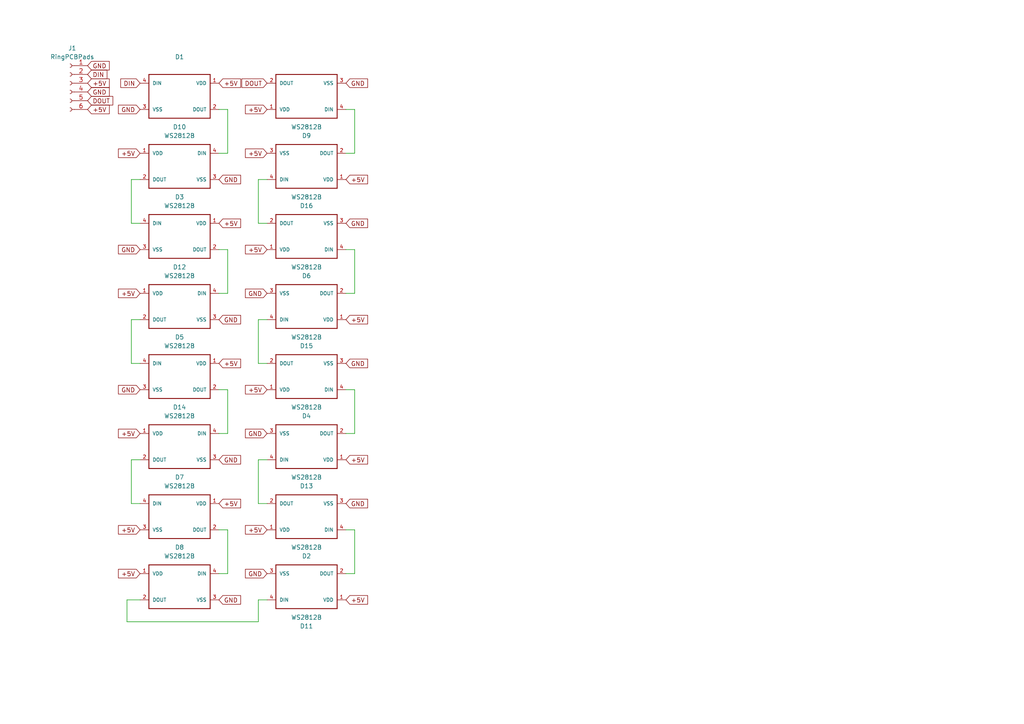
<source format=kicad_sch>
(kicad_sch (version 20250114) (generator "eeschema") (generator_version "9.0")
  (paper "A4")
  (lib_symbols
    (symbol "Connector:Conn_01x06_Socket" (pin_names (offset 1.016) (hide yes))
      (property "Reference" "J" (at 0 7.62 0))
      (property "Value" "Conn_01x06_Socket" (at 0 -10.16 0))
      (symbol "Conn_01x06_Socket_1_1"
        (polyline (pts (xy -1.27 5.08) (xy -0.508 5.08)) (stroke (width 0.1524)))
        (polyline (pts (xy -1.27 2.54) (xy -0.508 2.54)) (stroke (width 0.1524)))
        (polyline (pts (xy -1.27 0) (xy -0.508 0)) (stroke (width 0.1524)))
        (polyline (pts (xy -1.27 -2.54) (xy -0.508 -2.54)) (stroke (width 0.1524)))
        (polyline (pts (xy -1.27 -5.08) (xy -0.508 -5.08)) (stroke (width 0.1524)))
        (polyline (pts (xy -1.27 -7.62) (xy -0.508 -7.62)) (stroke (width 0.1524)))
        (arc (start 0 4.572) (mid -0.5058 5.08) (end 0 5.588) (stroke (width 0.1524)))
        (arc (start 0 2.032) (mid -0.5058 2.54) (end 0 3.048) (stroke (width 0.1524)))
        (arc (start 0 -0.508) (mid -0.5058 0) (end 0 0.508) (stroke (width 0.1524)))
        (arc (start 0 -3.048) (mid -0.5058 -2.54) (end 0 -2.032) (stroke (width 0.1524)))
        (arc (start 0 -5.588) (mid -0.5058 -5.08) (end 0 -4.572) (stroke (width 0.1524)))
        (arc (start 0 -8.128) (mid -0.5058 -7.62) (end 0 -7.112) (stroke (width 0.1524)))
        (pin passive line (at -5.08 5.08 0) (length 3.81) (name "Pin_1") (number "1"))
        (pin passive line (at -5.08 2.54 0) (length 3.81) (name "Pin_2") (number "2"))
        (pin passive line (at -5.08 0 0) (length 3.81) (name "Pin_3") (number "3"))
        (pin passive line (at -5.08 -2.54 0) (length 3.81) (name "Pin_4") (number "4"))
        (pin passive line (at -5.08 -5.08 0) (length 3.81) (name "Pin_5") (number "5"))
        (pin passive line (at -5.08 -7.62 0) (length 3.81) (name "Pin_6") (number "6"))
      )
    )
    (symbol "WS2812B:WS2812B" (pin_names (offset 1.016))
      (property "Reference" "D" (at -2.286 8.4074 0))
      (property "Value" "WS2812B" (at -2.54 -7.6454 0))
      (symbol "WS2812B_0_0"
        (polyline (pts (xy -2.54 7.62) (xy -2.54 -5.08)) (stroke (width 0.254)))
        (polyline (pts (xy -2.54 -5.08) (xy 15.24 -5.08)) (stroke (width 0.254)))
        (polyline (pts (xy 15.24 7.62) (xy -2.54 7.62)) (stroke (width 0.254)))
        (polyline (pts (xy 15.24 -5.08) (xy 15.24 7.62)) (stroke (width 0.254)))
        (pin power_in line (at -5.08 5.08 0) (length 2.54) (name "VDD") (number "1"))
        (pin output line (at -5.08 -2.54 0) (length 2.54) (name "DOUT") (number "2"))
        (pin input line (at 17.78 5.08 180) (length 2.54) (name "DIN") (number "4"))
        (pin power_in line (at 17.78 -2.54 180) (length 2.54) (name "VSS") (number "3"))
      )
    )
  )
  (wire (pts (xy 100.33 44.45) (xy 102.87 44.45)))
  (wire (pts (xy 36.83 180.34) (xy 74.93 180.34)))
  (wire (pts (xy 36.83 173.99) (xy 36.83 180.34)))
  (wire (pts (xy 74.93 64.77) (xy 74.93 52.07)))
  (wire (pts (xy 38.1 64.77) (xy 40.64 64.77)))
  (wire (pts (xy 100.33 85.09) (xy 102.87 85.09)))
  (wire (pts (xy 74.93 52.07) (xy 77.47 52.07)))
  (wire (pts (xy 38.1 146.05) (xy 40.64 146.05)))
  (wire (pts (xy 102.87 44.45) (xy 102.87 31.75)))
  (wire (pts (xy 63.5 113.03) (xy 66.04 113.03)))
  (wire (pts (xy 100.33 125.73) (xy 102.87 125.73)))
  (wire (pts (xy 77.47 64.77) (xy 74.93 64.77)))
  (wire (pts (xy 102.87 72.39) (xy 100.33 72.39)))
  (wire (pts (xy 66.04 125.73) (xy 63.5 125.73)))
  (wire (pts (xy 40.64 52.07) (xy 38.1 52.07)))
  (wire (pts (xy 102.87 153.67) (xy 100.33 153.67)))
  (wire (pts (xy 38.1 92.71) (xy 38.1 105.41)))
  (wire (pts (xy 102.87 113.03) (xy 100.33 113.03)))
  (wire (pts (xy 66.04 31.75) (xy 66.04 44.45)))
  (wire (pts (xy 38.1 52.07) (xy 38.1 64.77)))
  (wire (pts (xy 66.04 44.45) (xy 63.5 44.45)))
  (wire (pts (xy 74.93 92.71) (xy 77.47 92.71)))
  (wire (pts (xy 102.87 31.75) (xy 100.33 31.75)))
  (wire (pts (xy 74.93 105.41) (xy 74.93 92.71)))
  (wire (pts (xy 63.5 153.67) (xy 66.04 153.67)))
  (wire (pts (xy 66.04 113.03) (xy 66.04 125.73)))
  (wire (pts (xy 63.5 72.39) (xy 66.04 72.39)))
  (wire (pts (xy 77.47 146.05) (xy 74.93 146.05)))
  (wire (pts (xy 38.1 133.35) (xy 38.1 146.05)))
  (wire (pts (xy 40.64 133.35) (xy 38.1 133.35)))
  (wire (pts (xy 66.04 166.37) (xy 63.5 166.37)))
  (wire (pts (xy 38.1 105.41) (xy 40.64 105.41)))
  (wire (pts (xy 77.47 105.41) (xy 74.93 105.41)))
  (wire (pts (xy 74.93 180.34) (xy 74.93 173.99)))
  (wire (pts (xy 74.93 146.05) (xy 74.93 133.35)))
  (wire (pts (xy 40.64 173.99) (xy 36.83 173.99)))
  (wire (pts (xy 102.87 85.09) (xy 102.87 72.39)))
  (wire (pts (xy 102.87 166.37) (xy 102.87 153.67)))
  (wire (pts (xy 63.5 31.75) (xy 66.04 31.75)))
  (wire (pts (xy 102.87 125.73) (xy 102.87 113.03)))
  (wire (pts (xy 40.64 92.71) (xy 38.1 92.71)))
  (wire (pts (xy 74.93 133.35) (xy 77.47 133.35)))
  (wire (pts (xy 66.04 72.39) (xy 66.04 85.09)))
  (wire (pts (xy 66.04 153.67) (xy 66.04 166.37)))
  (wire (pts (xy 66.04 85.09) (xy 63.5 85.09)))
  (wire (pts (xy 100.33 166.37) (xy 102.87 166.37)))
  (wire (pts (xy 74.93 173.99) (xy 77.47 173.99)))
  (global_label "+5V" (shape input) (at 63.5 24.13 0) (property "Intersheetrefs" "${INTERSHEET_REFS}" (effects (hide yes))))
  (global_label "DOUT" (shape input) (at 77.47 24.13 180) (property "Intersheetrefs" "${INTERSHEET_REFS}" (effects (hide yes))))
  (global_label "+5V" (shape input) (at 100.33 133.35 0) (property "Intersheetrefs" "${INTERSHEET_REFS}" (effects (hide yes))))
  (global_label "+5V" (shape input) (at 40.64 85.09 180) (property "Intersheetrefs" "${INTERSHEET_REFS}" (effects (hide yes))))
  (global_label "GND" (shape input) (at 25.4 19.05 0) (property "Intersheetrefs" "${INTERSHEET_REFS}" (effects (hide yes))))
  (global_label "DIN" (shape input) (at 40.64 24.13 180) (property "Intersheetrefs" "${INTERSHEET_REFS}" (effects (hide yes))))
  (global_label "+5V" (shape input) (at 77.47 31.75 180) (property "Intersheetrefs" "${INTERSHEET_REFS}" (effects (hide yes))))
  (global_label "GND" (shape input) (at 100.33 105.41 0) (property "Intersheetrefs" "${INTERSHEET_REFS}" (effects (hide yes))))
  (global_label "GND" (shape input) (at 40.64 31.75 180) (property "Intersheetrefs" "${INTERSHEET_REFS}" (effects (hide yes))))
  (global_label "+5V" (shape input) (at 63.5 105.41 0) (property "Intersheetrefs" "${INTERSHEET_REFS}" (effects (hide yes))))
  (global_label "GND" (shape input) (at 40.64 72.39 180) (property "Intersheetrefs" "${INTERSHEET_REFS}" (effects (hide yes))))
  (global_label "+5V" (shape input) (at 25.4 24.13 0) (property "Intersheetrefs" "${INTERSHEET_REFS}" (effects (hide yes))))
  (global_label "GND" (shape input) (at 100.33 146.05 0) (property "Intersheetrefs" "${INTERSHEET_REFS}" (effects (hide yes))))
  (global_label "+5V" (shape input) (at 63.5 146.05 0) (property "Intersheetrefs" "${INTERSHEET_REFS}" (effects (hide yes))))
  (global_label "+5V" (shape input) (at 40.64 153.67 180) (property "Intersheetrefs" "${INTERSHEET_REFS}" (effects (hide yes))))
  (global_label "+5V" (shape input) (at 25.4 31.75 0) (property "Intersheetrefs" "${INTERSHEET_REFS}" (effects (hide yes))))
  (global_label "DIN" (shape input) (at 25.4 21.59 0) (property "Intersheetrefs" "${INTERSHEET_REFS}" (effects (hide yes))))
  (global_label "+5V" (shape input) (at 77.47 44.45 180) (property "Intersheetrefs" "${INTERSHEET_REFS}" (effects (hide yes))))
  (global_label "+5V" (shape input) (at 77.47 153.67 180) (property "Intersheetrefs" "${INTERSHEET_REFS}" (effects (hide yes))))
  (global_label "GND" (shape input) (at 63.5 52.07 0) (property "Intersheetrefs" "${INTERSHEET_REFS}" (effects (hide yes))))
  (global_label "+5V" (shape input) (at 40.64 125.73 180) (property "Intersheetrefs" "${INTERSHEET_REFS}" (effects (hide yes))))
  (global_label "+5V" (shape input) (at 100.33 92.71 0) (property "Intersheetrefs" "${INTERSHEET_REFS}" (effects (hide yes))))
  (global_label "GND" (shape input) (at 77.47 166.37 180) (property "Intersheetrefs" "${INTERSHEET_REFS}" (effects (hide yes))))
  (global_label "DOUT" (shape input) (at 25.4 29.21 0) (property "Intersheetrefs" "${INTERSHEET_REFS}" (effects (hide yes))))
  (global_label "+5V" (shape input) (at 63.5 64.77 0) (property "Intersheetrefs" "${INTERSHEET_REFS}" (effects (hide yes))))
  (global_label "+5V" (shape input) (at 100.33 52.07 0) (property "Intersheetrefs" "${INTERSHEET_REFS}" (effects (hide yes))))
  (global_label "GND" (shape input) (at 100.33 24.13 0) (property "Intersheetrefs" "${INTERSHEET_REFS}" (effects (hide yes))))
  (global_label "GND" (shape input) (at 25.4 26.67 0) (property "Intersheetrefs" "${INTERSHEET_REFS}" (effects (hide yes))))
  (global_label "+5V" (shape input) (at 40.64 44.45 180) (property "Intersheetrefs" "${INTERSHEET_REFS}" (effects (hide yes))))
  (global_label "GND" (shape input) (at 77.47 85.09 180) (property "Intersheetrefs" "${INTERSHEET_REFS}" (effects (hide yes))))
  (global_label "+5V" (shape input) (at 40.64 166.37 180) (property "Intersheetrefs" "${INTERSHEET_REFS}" (effects (hide yes))))
  (global_label "GND" (shape input) (at 40.64 113.03 180) (property "Intersheetrefs" "${INTERSHEET_REFS}" (effects (hide yes))))
  (global_label "GND" (shape input) (at 63.5 133.35 0) (property "Intersheetrefs" "${INTERSHEET_REFS}" (effects (hide yes))))
  (global_label "GND" (shape input) (at 63.5 173.99 0) (property "Intersheetrefs" "${INTERSHEET_REFS}" (effects (hide yes))))
  (global_label "GND" (shape input) (at 100.33 64.77 0) (property "Intersheetrefs" "${INTERSHEET_REFS}" (effects (hide yes))))
  (global_label "+5V" (shape input) (at 100.33 173.99 0) (property "Intersheetrefs" "${INTERSHEET_REFS}" (effects (hide yes))))
  (global_label "+5V" (shape input) (at 77.47 72.39 180) (property "Intersheetrefs" "${INTERSHEET_REFS}" (effects (hide yes))))
  (global_label "GND" (shape input) (at 63.5 92.71 0) (property "Intersheetrefs" "${INTERSHEET_REFS}" (effects (hide yes))))
  (global_label "+5V" (shape input) (at 77.47 113.03 180) (property "Intersheetrefs" "${INTERSHEET_REFS}" (effects (hide yes))))
  (global_label "GND" (shape input) (at 77.47 125.73 180) (property "Intersheetrefs" "${INTERSHEET_REFS}" (effects (hide yes))))
  (symbol (lib_id "WS2812B:WS2812B") (at 95.25 128.27 180) (unit 1)
    (property "Reference" "D13" (at 88.9 140.97 0))
    (property "Value" "WS2812B" (at 88.9 138.43 0))
    (property "Footprint" "WS2812B" (effects (hide yes)))
    (property "Datasheet" "None" (effects (hide yes)))
    (property "Field5" "Intelligent Control Led Integrated Light Source Pack Of 10" (effects (hide yes)))
    (property "Field6" "Adafruit Industries" (effects (hide yes)))
    (property "Field7" "5.84 USD" (effects (hide yes)))
    (property "Field8" "WS2812B" (effects (hide yes)))
    (property "Field9" "Warning" (effects (hide yes)))
  )
  (symbol (lib_id "WS2812B:WS2812B") (at 58.42 151.13 0) (mirror y) (unit 1)
    (property "Reference" "D7" (at 52.07 138.43 0))
    (property "Value" "WS2812B" (at 52.07 140.97 0))
    (property "Footprint" "WS2812B" (effects (hide yes)))
    (property "Datasheet" "None" (effects (hide yes)))
    (property "Field5" "Intelligent Control Led Integrated Light Source Pack Of 10" (effects (hide yes)))
    (property "Field6" "Adafruit Industries" (effects (hide yes)))
    (property "Field7" "5.84 USD" (effects (hide yes)))
    (property "Field8" "WS2812B" (effects (hide yes)))
    (property "Field9" "Warning" (effects (hide yes)))
  )
  (symbol (lib_id "WS2812B:WS2812B") (at 45.72 49.53 0) (unit 1)
    (property "Reference" "D10" (at 52.07 36.83 0))
    (property "Value" "WS2812B" (at 52.07 39.37 0))
    (property "Footprint" "WS2812B" (effects (hide yes)))
    (property "Datasheet" "None" (effects (hide yes)))
    (property "Field5" "Intelligent Control Led Integrated Light Source Pack Of 10" (effects (hide yes)))
    (property "Field6" "Adafruit Industries" (effects (hide yes)))
    (property "Field7" "5.84 USD" (effects (hide yes)))
    (property "Field8" "WS2812B" (effects (hide yes)))
    (property "Field9" "Warning" (effects (hide yes)))
  )
  (symbol (lib_id "WS2812B:WS2812B") (at 95.25 87.63 180) (unit 1)
    (property "Reference" "D15" (at 88.9 100.33 0))
    (property "Value" "WS2812B" (at 88.9 97.79 0))
    (property "Footprint" "WS2812B" (effects (hide yes)))
    (property "Datasheet" "None" (effects (hide yes)))
    (property "Field5" "Intelligent Control Led Integrated Light Source Pack Of 10" (effects (hide yes)))
    (property "Field6" "Adafruit Industries" (effects (hide yes)))
    (property "Field7" "5.84 USD" (effects (hide yes)))
    (property "Field8" "WS2812B" (effects (hide yes)))
    (property "Field9" "Warning" (effects (hide yes)))
  )
  (symbol (lib_id "WS2812B:WS2812B") (at 45.72 171.45 0) (unit 1)
    (property "Reference" "D8" (at 52.07 158.75 0))
    (property "Value" "WS2812B" (at 52.07 161.29 0))
    (property "Footprint" "WS2812B" (effects (hide yes)))
    (property "Datasheet" "None" (effects (hide yes)))
    (property "Field5" "Intelligent Control Led Integrated Light Source Pack Of 10" (effects (hide yes)))
    (property "Field6" "Adafruit Industries" (effects (hide yes)))
    (property "Field7" "5.84 USD" (effects (hide yes)))
    (property "Field8" "WS2812B" (effects (hide yes)))
    (property "Field9" "Warning" (effects (hide yes)))
  )
  (symbol (lib_id "WS2812B:WS2812B") (at 82.55 107.95 0) (mirror x) (unit 1)
    (property "Reference" "D4" (at 88.9 120.65 0))
    (property "Value" "WS2812B" (at 88.9 118.11 0))
    (property "Footprint" "WS2812B" (effects (hide yes)))
    (property "Datasheet" "None" (effects (hide yes)))
    (property "Field5" "Intelligent Control Led Integrated Light Source Pack Of 10" (effects (hide yes)))
    (property "Field6" "Adafruit Industries" (effects (hide yes)))
    (property "Field7" "5.84 USD" (effects (hide yes)))
    (property "Field8" "WS2812B" (effects (hide yes)))
    (property "Field9" "Warning" (effects (hide yes)))
  )
  (symbol (lib_id "WS2812B:WS2812B") (at 95.25 168.91 180) (unit 1)
    (property "Reference" "D11" (at 88.9 181.61 0))
    (property "Value" "WS2812B" (at 88.9 179.07 0))
    (property "Footprint" "WS2812B" (effects (hide yes)))
    (property "Datasheet" "None" (effects (hide yes)))
    (property "Field5" "Intelligent Control Led Integrated Light Source Pack Of 10" (effects (hide yes)))
    (property "Field6" "Adafruit Industries" (effects (hide yes)))
    (property "Field7" "5.84 USD" (effects (hide yes)))
    (property "Field8" "WS2812B" (effects (hide yes)))
    (property "Field9" "Warning" (effects (hide yes)))
  )
  (symbol (lib_id "WS2812B:WS2812B") (at 95.25 46.99 180) (unit 1)
    (property "Reference" "D16" (at 88.9 59.69 0))
    (property "Value" "WS2812B" (at 88.9 57.15 0))
    (property "Footprint" "WS2812B" (effects (hide yes)))
    (property "Datasheet" "None" (effects (hide yes)))
    (property "Field5" "Intelligent Control Led Integrated Light Source Pack Of 10" (effects (hide yes)))
    (property "Field6" "Adafruit Industries" (effects (hide yes)))
    (property "Field7" "5.84 USD" (effects (hide yes)))
    (property "Field8" "WS2812B" (effects (hide yes)))
    (property "Field9" "Warning" (effects (hide yes)))
  )
  (symbol (lib_id "WS2812B:WS2812B") (at 58.42 29.21 0) (mirror y) (unit 1)
    (property "Reference" "D1" (at 52.07 16.51 0))
    (property "Value" "WS2812B" (effects (hide yes)))
    (property "Footprint" "WS2812B:WS2812B" (effects (hide yes)))
    (property "Datasheet" "None" (effects (hide yes)))
    (property "Field5" "Intelligent Control Led Integrated Light Source Pack Of 10" (effects (hide yes)))
    (property "Field6" "Adafruit Industries" (effects (hide yes)))
    (property "Field7" "5.84 USD" (effects (hide yes)))
    (property "Field8" "WS2812B" (effects (hide yes)))
    (property "Field9" "Warning" (effects (hide yes)))
  )
  (symbol (lib_id "Connector:Conn_01x06_Socket") (at 20.32 24.13 0) (mirror y) (unit 1)
    (property "Reference" "J1" (at 20.955 13.97 0))
    (property "Value" "RingPCBPads" (at 20.955 16.51 0))
    (property "Footprint" "SoftEgg:LED RING 16 WS2812B 48mm standalone" (effects (hide yes)))
    (property "Description" "Generic connector, single row, 01x06, script generated" (effects (hide yes)))
  )
  (symbol (lib_id "WS2812B:WS2812B") (at 82.55 26.67 0) (mirror x) (unit 1)
    (property "Reference" "D9" (at 88.9 39.37 0))
    (property "Value" "WS2812B" (at 88.9 36.83 0))
    (property "Footprint" "WS2812B" (effects (hide yes)))
    (property "Datasheet" "None" (effects (hide yes)))
    (property "Field5" "Intelligent Control Led Integrated Light Source Pack Of 10" (effects (hide yes)))
    (property "Field6" "Adafruit Industries" (effects (hide yes)))
    (property "Field7" "5.84 USD" (effects (hide yes)))
    (property "Field8" "WS2812B" (effects (hide yes)))
    (property "Field9" "Warning" (effects (hide yes)))
  )
  (symbol (lib_id "WS2812B:WS2812B") (at 82.55 67.31 0) (mirror x) (unit 1)
    (property "Reference" "D6" (at 88.9 80.01 0))
    (property "Value" "WS2812B" (at 88.9 77.47 0))
    (property "Footprint" "WS2812B" (effects (hide yes)))
    (property "Datasheet" "None" (effects (hide yes)))
    (property "Field5" "Intelligent Control Led Integrated Light Source Pack Of 10" (effects (hide yes)))
    (property "Field6" "Adafruit Industries" (effects (hide yes)))
    (property "Field7" "5.84 USD" (effects (hide yes)))
    (property "Field8" "WS2812B" (effects (hide yes)))
    (property "Field9" "Warning" (effects (hide yes)))
  )
  (symbol (lib_id "WS2812B:WS2812B") (at 58.42 69.85 0) (mirror y) (unit 1)
    (property "Reference" "D3" (at 52.07 57.15 0))
    (property "Value" "WS2812B" (at 52.07 59.69 0))
    (property "Footprint" "WS2812B" (effects (hide yes)))
    (property "Datasheet" "None" (effects (hide yes)))
    (property "Field5" "Intelligent Control Led Integrated Light Source Pack Of 10" (effects (hide yes)))
    (property "Field6" "Adafruit Industries" (effects (hide yes)))
    (property "Field7" "5.84 USD" (effects (hide yes)))
    (property "Field8" "WS2812B" (effects (hide yes)))
    (property "Field9" "Warning" (effects (hide yes)))
  )
  (symbol (lib_id "WS2812B:WS2812B") (at 45.72 130.81 0) (unit 1)
    (property "Reference" "D14" (at 52.07 118.11 0))
    (property "Value" "WS2812B" (at 52.07 120.65 0))
    (property "Footprint" "WS2812B" (effects (hide yes)))
    (property "Datasheet" "None" (effects (hide yes)))
    (property "Field5" "Intelligent Control Led Integrated Light Source Pack Of 10" (effects (hide yes)))
    (property "Field6" "Adafruit Industries" (effects (hide yes)))
    (property "Field7" "5.84 USD" (effects (hide yes)))
    (property "Field8" "WS2812B" (effects (hide yes)))
    (property "Field9" "Warning" (effects (hide yes)))
  )
  (symbol (lib_id "WS2812B:WS2812B") (at 82.55 148.59 0) (mirror x) (unit 1)
    (property "Reference" "D2" (at 88.9 161.29 0))
    (property "Value" "WS2812B" (at 88.9 158.75 0))
    (property "Footprint" "WS2812B" (effects (hide yes)))
    (property "Datasheet" "None" (effects (hide yes)))
    (property "Field5" "Intelligent Control Led Integrated Light Source Pack Of 10" (effects (hide yes)))
    (property "Field6" "Adafruit Industries" (effects (hide yes)))
    (property "Field7" "5.84 USD" (effects (hide yes)))
    (property "Field8" "WS2812B" (effects (hide yes)))
    (property "Field9" "Warning" (effects (hide yes)))
  )
  (symbol (lib_id "WS2812B:WS2812B") (at 45.72 90.17 0) (unit 1)
    (property "Reference" "D12" (at 52.07 77.47 0))
    (property "Value" "WS2812B" (at 52.07 80.01 0))
    (property "Footprint" "WS2812B" (effects (hide yes)))
    (property "Datasheet" "None" (effects (hide yes)))
    (property "Field5" "Intelligent Control Led Integrated Light Source Pack Of 10" (effects (hide yes)))
    (property "Field6" "Adafruit Industries" (effects (hide yes)))
    (property "Field7" "5.84 USD" (effects (hide yes)))
    (property "Field8" "WS2812B" (effects (hide yes)))
    (property "Field9" "Warning" (effects (hide yes)))
  )
  (symbol (lib_id "WS2812B:WS2812B") (at 58.42 110.49 0) (mirror y) (unit 1)
    (property "Reference" "D5" (at 52.07 97.79 0))
    (property "Value" "WS2812B" (at 52.07 100.33 0))
    (property "Footprint" "WS2812B" (effects (hide yes)))
    (property "Datasheet" "None" (effects (hide yes)))
    (property "Field5" "Intelligent Control Led Integrated Light Source Pack Of 10" (effects (hide yes)))
    (property "Field6" "Adafruit Industries" (effects (hide yes)))
    (property "Field7" "5.84 USD" (effects (hide yes)))
    (property "Field8" "WS2812B" (effects (hide yes)))
    (property "Field9" "Warning" (effects (hide yes)))
  )
)
</source>
